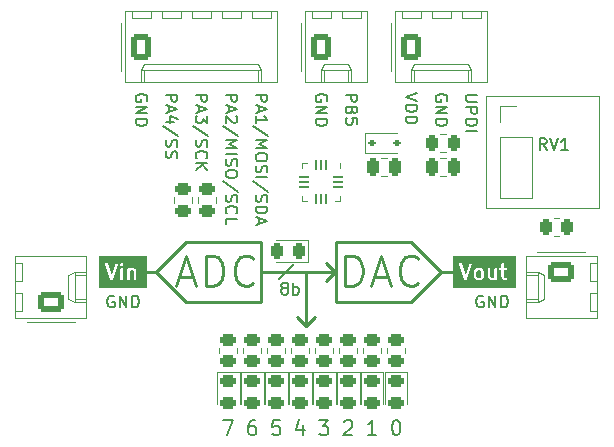
<source format=gbr>
%TF.GenerationSoftware,KiCad,Pcbnew,7.0.1-3b83917a11~172~ubuntu22.04.1*%
%TF.CreationDate,2023-04-03T19:02:56-05:00*%
%TF.ProjectId,adda-blinky,61646461-2d62-46c6-996e-6b792e6b6963,rev?*%
%TF.SameCoordinates,Original*%
%TF.FileFunction,Legend,Top*%
%TF.FilePolarity,Positive*%
%FSLAX46Y46*%
G04 Gerber Fmt 4.6, Leading zero omitted, Abs format (unit mm)*
G04 Created by KiCad (PCBNEW 7.0.1-3b83917a11~172~ubuntu22.04.1) date 2023-04-03 19:02:56*
%MOMM*%
%LPD*%
G01*
G04 APERTURE LIST*
G04 Aperture macros list*
%AMRoundRect*
0 Rectangle with rounded corners*
0 $1 Rounding radius*
0 $2 $3 $4 $5 $6 $7 $8 $9 X,Y pos of 4 corners*
0 Add a 4 corners polygon primitive as box body*
4,1,4,$2,$3,$4,$5,$6,$7,$8,$9,$2,$3,0*
0 Add four circle primitives for the rounded corners*
1,1,$1+$1,$2,$3*
1,1,$1+$1,$4,$5*
1,1,$1+$1,$6,$7*
1,1,$1+$1,$8,$9*
0 Add four rect primitives between the rounded corners*
20,1,$1+$1,$2,$3,$4,$5,0*
20,1,$1+$1,$4,$5,$6,$7,0*
20,1,$1+$1,$6,$7,$8,$9,0*
20,1,$1+$1,$8,$9,$2,$3,0*%
%AMFreePoly0*
4,1,14,0.334644,0.085355,0.385355,0.034644,0.400000,-0.000711,0.400000,-0.050000,0.385355,-0.085355,0.350000,-0.100000,-0.350000,-0.100000,-0.385355,-0.085355,-0.400000,-0.050000,-0.400000,0.050000,-0.385355,0.085355,-0.350000,0.100000,0.299289,0.100000,0.334644,0.085355,0.334644,0.085355,$1*%
%AMFreePoly1*
4,1,14,0.385355,0.085355,0.400000,0.050000,0.400000,0.000711,0.385355,-0.034644,0.334644,-0.085355,0.299289,-0.100000,-0.350000,-0.100000,-0.385355,-0.085355,-0.400000,-0.050000,-0.400000,0.050000,-0.385355,0.085355,-0.350000,0.100000,0.350000,0.100000,0.385355,0.085355,0.385355,0.085355,$1*%
%AMFreePoly2*
4,1,14,0.085355,0.385355,0.100000,0.350000,0.100000,-0.350000,0.085355,-0.385355,0.050000,-0.400000,-0.050000,-0.400000,-0.085355,-0.385355,-0.100000,-0.350000,-0.100000,0.299289,-0.085355,0.334644,-0.034644,0.385355,0.000711,0.400000,0.050000,0.400000,0.085355,0.385355,0.085355,0.385355,$1*%
%AMFreePoly3*
4,1,14,0.034644,0.385355,0.085355,0.334644,0.100000,0.299289,0.100000,-0.350000,0.085355,-0.385355,0.050000,-0.400000,-0.050000,-0.400000,-0.085355,-0.385355,-0.100000,-0.350000,-0.100000,0.350000,-0.085355,0.385355,-0.050000,0.400000,-0.000711,0.400000,0.034644,0.385355,0.034644,0.385355,$1*%
%AMFreePoly4*
4,1,14,0.385355,0.085355,0.400000,0.050000,0.400000,-0.050000,0.385355,-0.085355,0.350000,-0.100000,-0.299289,-0.100000,-0.334644,-0.085354,-0.385355,-0.034644,-0.400000,0.000711,-0.400000,0.050000,-0.385355,0.085355,-0.350000,0.100000,0.350000,0.100000,0.385355,0.085355,0.385355,0.085355,$1*%
%AMFreePoly5*
4,1,14,0.385355,0.085355,0.400000,0.050000,0.400000,-0.050000,0.385355,-0.085355,0.350000,-0.100000,-0.350000,-0.100000,-0.385355,-0.085355,-0.400000,-0.050000,-0.400000,-0.000711,-0.385355,0.034644,-0.334643,0.085355,-0.299289,0.100000,0.350000,0.100000,0.385355,0.085355,0.385355,0.085355,$1*%
%AMFreePoly6*
4,1,14,0.085355,0.385355,0.100000,0.350000,0.100000,-0.299289,0.085355,-0.334644,0.034644,-0.385355,-0.000711,-0.400000,-0.050000,-0.400000,-0.085355,-0.385355,-0.100000,-0.350000,-0.100000,0.350000,-0.085355,0.385355,-0.050000,0.400000,0.050000,0.400000,0.085355,0.385355,0.085355,0.385355,$1*%
%AMFreePoly7*
4,1,14,0.085355,0.385355,0.100000,0.350000,0.100000,-0.350000,0.085355,-0.385355,0.050000,-0.400000,0.000711,-0.400000,-0.034644,-0.385355,-0.085355,-0.334644,-0.100000,-0.299289,-0.100000,0.350000,-0.085355,0.385355,-0.050000,0.400000,0.050000,0.400000,0.085355,0.385355,0.085355,0.385355,$1*%
G04 Aperture macros list end*
%ADD10C,0.254000*%
%ADD11C,0.100000*%
%ADD12C,0.150000*%
%ADD13C,0.203200*%
%ADD14C,0.120000*%
%ADD15RoundRect,0.250000X0.845000X-0.620000X0.845000X0.620000X-0.845000X0.620000X-0.845000X-0.620000X0*%
%ADD16O,2.190000X1.740000*%
%ADD17RoundRect,0.250000X-0.450000X0.262500X-0.450000X-0.262500X0.450000X-0.262500X0.450000X0.262500X0*%
%ADD18C,6.400000*%
%ADD19RoundRect,0.243750X0.243750X0.456250X-0.243750X0.456250X-0.243750X-0.456250X0.243750X-0.456250X0*%
%ADD20RoundRect,0.243750X-0.456250X0.243750X-0.456250X-0.243750X0.456250X-0.243750X0.456250X0.243750X0*%
%ADD21R,1.700000X1.700000*%
%ADD22O,1.700000X1.700000*%
%ADD23RoundRect,0.250000X-0.620000X-0.845000X0.620000X-0.845000X0.620000X0.845000X-0.620000X0.845000X0*%
%ADD24O,1.740000X2.190000*%
%ADD25RoundRect,0.250000X-0.845000X0.620000X-0.845000X-0.620000X0.845000X-0.620000X0.845000X0.620000X0*%
%ADD26RoundRect,0.250000X-0.262500X-0.450000X0.262500X-0.450000X0.262500X0.450000X-0.262500X0.450000X0*%
%ADD27FreePoly0,270.000000*%
%ADD28RoundRect,0.050000X-0.050000X0.350000X-0.050000X-0.350000X0.050000X-0.350000X0.050000X0.350000X0*%
%ADD29FreePoly1,270.000000*%
%ADD30FreePoly2,270.000000*%
%ADD31RoundRect,0.050000X-0.350000X0.050000X-0.350000X-0.050000X0.350000X-0.050000X0.350000X0.050000X0*%
%ADD32FreePoly3,270.000000*%
%ADD33FreePoly4,270.000000*%
%ADD34FreePoly5,270.000000*%
%ADD35FreePoly6,270.000000*%
%ADD36FreePoly7,270.000000*%
%ADD37RoundRect,0.250000X0.250000X0.475000X-0.250000X0.475000X-0.250000X-0.475000X0.250000X-0.475000X0*%
%ADD38RoundRect,0.250000X-0.250000X-0.475000X0.250000X-0.475000X0.250000X0.475000X-0.250000X0.475000X0*%
%ADD39RoundRect,0.112500X-0.187500X-0.112500X0.187500X-0.112500X0.187500X0.112500X-0.187500X0.112500X0*%
%ADD40RoundRect,0.250000X0.450000X-0.262500X0.450000X0.262500X-0.450000X0.262500X-0.450000X-0.262500X0*%
G04 APERTURE END LIST*
D10*
X116713000Y-60960000D02*
X115951000Y-61722000D01*
D11*
X129540000Y-46052500D02*
X139065000Y-46052500D01*
X139065000Y-55577500D01*
X129540000Y-55577500D01*
X129540000Y-46052500D01*
D10*
X110490000Y-60960000D02*
X116840000Y-60960000D01*
X110490000Y-63500000D02*
X104140000Y-63500000D01*
X101600000Y-60960000D01*
X104140000Y-58420000D01*
X110490000Y-58420000D01*
X110490000Y-63500000D01*
X125730000Y-60960000D02*
X123190000Y-63500000D01*
X116840000Y-63500000D01*
X116840000Y-58420000D01*
X123190000Y-58420000D01*
X125730000Y-60960000D01*
X114300000Y-65532000D02*
X115062000Y-64770000D01*
X126746000Y-60960000D02*
X125730000Y-60960000D01*
X101600000Y-60960000D02*
X100584000Y-60960000D01*
D12*
X112014000Y-61595000D02*
X113284000Y-60325000D01*
D10*
X114300000Y-65532000D02*
X113538000Y-64770000D01*
X116713000Y-60960000D02*
X115951000Y-60198000D01*
X114300000Y-60960000D02*
X114300000Y-65532000D01*
D12*
X98043904Y-63010238D02*
X97948666Y-62962619D01*
X97948666Y-62962619D02*
X97805809Y-62962619D01*
X97805809Y-62962619D02*
X97662952Y-63010238D01*
X97662952Y-63010238D02*
X97567714Y-63105476D01*
X97567714Y-63105476D02*
X97520095Y-63200714D01*
X97520095Y-63200714D02*
X97472476Y-63391190D01*
X97472476Y-63391190D02*
X97472476Y-63534047D01*
X97472476Y-63534047D02*
X97520095Y-63724523D01*
X97520095Y-63724523D02*
X97567714Y-63819761D01*
X97567714Y-63819761D02*
X97662952Y-63915000D01*
X97662952Y-63915000D02*
X97805809Y-63962619D01*
X97805809Y-63962619D02*
X97901047Y-63962619D01*
X97901047Y-63962619D02*
X98043904Y-63915000D01*
X98043904Y-63915000D02*
X98091523Y-63867380D01*
X98091523Y-63867380D02*
X98091523Y-63534047D01*
X98091523Y-63534047D02*
X97901047Y-63534047D01*
X98520095Y-63962619D02*
X98520095Y-62962619D01*
X98520095Y-62962619D02*
X99091523Y-63962619D01*
X99091523Y-63962619D02*
X99091523Y-62962619D01*
X99567714Y-63962619D02*
X99567714Y-62962619D01*
X99567714Y-62962619D02*
X99805809Y-62962619D01*
X99805809Y-62962619D02*
X99948666Y-63010238D01*
X99948666Y-63010238D02*
X100043904Y-63105476D01*
X100043904Y-63105476D02*
X100091523Y-63200714D01*
X100091523Y-63200714D02*
X100139142Y-63391190D01*
X100139142Y-63391190D02*
X100139142Y-63534047D01*
X100139142Y-63534047D02*
X100091523Y-63724523D01*
X100091523Y-63724523D02*
X100043904Y-63819761D01*
X100043904Y-63819761D02*
X99948666Y-63915000D01*
X99948666Y-63915000D02*
X99805809Y-63962619D01*
X99805809Y-63962619D02*
X99567714Y-63962619D01*
D13*
X117493142Y-73625528D02*
X117553618Y-73565052D01*
X117553618Y-73565052D02*
X117674571Y-73504576D01*
X117674571Y-73504576D02*
X117976952Y-73504576D01*
X117976952Y-73504576D02*
X118097904Y-73565052D01*
X118097904Y-73565052D02*
X118158380Y-73625528D01*
X118158380Y-73625528D02*
X118218857Y-73746480D01*
X118218857Y-73746480D02*
X118218857Y-73867433D01*
X118218857Y-73867433D02*
X118158380Y-74048861D01*
X118158380Y-74048861D02*
X117432666Y-74774576D01*
X117432666Y-74774576D02*
X118218857Y-74774576D01*
G36*
X100864610Y-62335229D02*
G01*
X96795771Y-62335229D01*
X96795771Y-60281354D01*
X97297132Y-60281354D01*
X97724087Y-61562221D01*
X97723674Y-61573667D01*
X97733338Y-61589972D01*
X97734518Y-61593512D01*
X97740756Y-61602488D01*
X97754095Y-61624993D01*
X97757626Y-61626762D01*
X97759880Y-61630005D01*
X97784046Y-61640002D01*
X97807437Y-61651724D01*
X97811364Y-61651303D01*
X97815013Y-61652813D01*
X97840735Y-61648159D01*
X97866763Y-61645374D01*
X97869842Y-61642894D01*
X97873726Y-61642192D01*
X97892858Y-61624363D01*
X97913237Y-61607956D01*
X97914485Y-61604210D01*
X97917376Y-61601517D01*
X97923835Y-61576162D01*
X97928511Y-61562133D01*
X98571351Y-61562133D01*
X98583872Y-61604774D01*
X98628963Y-61643846D01*
X98688021Y-61652337D01*
X98742294Y-61627552D01*
X98774551Y-61577358D01*
X98774551Y-60799302D01*
X99174244Y-60799302D01*
X99176113Y-60825436D01*
X99176113Y-61562133D01*
X99188634Y-61604774D01*
X99233725Y-61643846D01*
X99292783Y-61652337D01*
X99347056Y-61627552D01*
X99379313Y-61577358D01*
X99379313Y-60863896D01*
X99398373Y-60844835D01*
X99483127Y-60802459D01*
X99616586Y-60802459D01*
X99685794Y-60837062D01*
X99720399Y-60906273D01*
X99720399Y-61562133D01*
X99732920Y-61604774D01*
X99778011Y-61643846D01*
X99837069Y-61652337D01*
X99891342Y-61627552D01*
X99923599Y-61577358D01*
X99923599Y-60887757D01*
X99926214Y-60863534D01*
X99916927Y-60844960D01*
X99911078Y-60825040D01*
X99903825Y-60818755D01*
X99863971Y-60739047D01*
X99864111Y-60735101D01*
X99850758Y-60712619D01*
X99845865Y-60702833D01*
X99843321Y-60700098D01*
X99833642Y-60683802D01*
X99823396Y-60678679D01*
X99815596Y-60670294D01*
X99797234Y-60665598D01*
X99690900Y-60612431D01*
X99670403Y-60599259D01*
X99649637Y-60599259D01*
X99629204Y-60595582D01*
X99620338Y-60599259D01*
X99464610Y-60599259D01*
X99440387Y-60596644D01*
X99421813Y-60605930D01*
X99401894Y-60611780D01*
X99395609Y-60619033D01*
X99359350Y-60637162D01*
X99321701Y-60604539D01*
X99262643Y-60596048D01*
X99208370Y-60620833D01*
X99176113Y-60671027D01*
X99176113Y-60795879D01*
X99174244Y-60799302D01*
X98774551Y-60799302D01*
X98774551Y-60686252D01*
X98762030Y-60643611D01*
X98716939Y-60604539D01*
X98657881Y-60596048D01*
X98603608Y-60620833D01*
X98571351Y-60671027D01*
X98571351Y-61562133D01*
X97928511Y-61562133D01*
X98339074Y-60330448D01*
X98506855Y-60330448D01*
X98511652Y-60352499D01*
X98513262Y-60375006D01*
X98517895Y-60381195D01*
X98519539Y-60388750D01*
X98535496Y-60404707D01*
X98549019Y-60422771D01*
X98556261Y-60425472D01*
X98582773Y-60451984D01*
X98583872Y-60455726D01*
X98598162Y-60468109D01*
X98609494Y-60483246D01*
X98620270Y-60487265D01*
X98628963Y-60494798D01*
X98640348Y-60496434D01*
X98650443Y-60501947D01*
X98658151Y-60501395D01*
X98665396Y-60504098D01*
X98676637Y-60501652D01*
X98688021Y-60503289D01*
X98698482Y-60498511D01*
X98709955Y-60497691D01*
X98716143Y-60493058D01*
X98723698Y-60491415D01*
X98731830Y-60483282D01*
X98742294Y-60478504D01*
X98748513Y-60468825D01*
X98757720Y-60461934D01*
X98760421Y-60454692D01*
X98800132Y-60414981D01*
X98818197Y-60401458D01*
X98826083Y-60380314D01*
X98836897Y-60360511D01*
X98836345Y-60352800D01*
X98839048Y-60345555D01*
X98834250Y-60323503D01*
X98832641Y-60300998D01*
X98828007Y-60294808D01*
X98826364Y-60287254D01*
X98810407Y-60271297D01*
X98796885Y-60253234D01*
X98789641Y-60250532D01*
X98763128Y-60224019D01*
X98762030Y-60220278D01*
X98747739Y-60207894D01*
X98736407Y-60192757D01*
X98725630Y-60188737D01*
X98716939Y-60181206D01*
X98705552Y-60179568D01*
X98695458Y-60174057D01*
X98687750Y-60174608D01*
X98680505Y-60171906D01*
X98669263Y-60174351D01*
X98657881Y-60172715D01*
X98647417Y-60177493D01*
X98635946Y-60178314D01*
X98629757Y-60182946D01*
X98622203Y-60184590D01*
X98614071Y-60192721D01*
X98603608Y-60197500D01*
X98597388Y-60207178D01*
X98588182Y-60214070D01*
X98585480Y-60221312D01*
X98545769Y-60261023D01*
X98527706Y-60274546D01*
X98519819Y-60295690D01*
X98509006Y-60315494D01*
X98509557Y-60323203D01*
X98506855Y-60330448D01*
X98339074Y-60330448D01*
X98350624Y-60295797D01*
X98352230Y-60251385D01*
X98321809Y-60200059D01*
X98268467Y-60173328D01*
X98209141Y-60179678D01*
X98162667Y-60217096D01*
X97826285Y-61226239D01*
X97494719Y-60231540D01*
X97469356Y-60195047D01*
X97414224Y-60172239D01*
X97355511Y-60182859D01*
X97311861Y-60223535D01*
X97297132Y-60281354D01*
X96795771Y-60281354D01*
X96795771Y-59584771D01*
X100864610Y-59584771D01*
X100864610Y-62335229D01*
G37*
X107272666Y-73504576D02*
X108119333Y-73504576D01*
X108119333Y-73504576D02*
X107575047Y-74774576D01*
X112062380Y-73504576D02*
X111457618Y-73504576D01*
X111457618Y-73504576D02*
X111397142Y-74109338D01*
X111397142Y-74109338D02*
X111457618Y-74048861D01*
X111457618Y-74048861D02*
X111578571Y-73988385D01*
X111578571Y-73988385D02*
X111880952Y-73988385D01*
X111880952Y-73988385D02*
X112001904Y-74048861D01*
X112001904Y-74048861D02*
X112062380Y-74109338D01*
X112062380Y-74109338D02*
X112122857Y-74230290D01*
X112122857Y-74230290D02*
X112122857Y-74532671D01*
X112122857Y-74532671D02*
X112062380Y-74653623D01*
X112062380Y-74653623D02*
X112001904Y-74714100D01*
X112001904Y-74714100D02*
X111880952Y-74774576D01*
X111880952Y-74774576D02*
X111578571Y-74774576D01*
X111578571Y-74774576D02*
X111457618Y-74714100D01*
X111457618Y-74714100D02*
X111397142Y-74653623D01*
X121859523Y-73504576D02*
X121980476Y-73504576D01*
X121980476Y-73504576D02*
X122101428Y-73565052D01*
X122101428Y-73565052D02*
X122161904Y-73625528D01*
X122161904Y-73625528D02*
X122222380Y-73746480D01*
X122222380Y-73746480D02*
X122282857Y-73988385D01*
X122282857Y-73988385D02*
X122282857Y-74290766D01*
X122282857Y-74290766D02*
X122222380Y-74532671D01*
X122222380Y-74532671D02*
X122161904Y-74653623D01*
X122161904Y-74653623D02*
X122101428Y-74714100D01*
X122101428Y-74714100D02*
X121980476Y-74774576D01*
X121980476Y-74774576D02*
X121859523Y-74774576D01*
X121859523Y-74774576D02*
X121738571Y-74714100D01*
X121738571Y-74714100D02*
X121678095Y-74653623D01*
X121678095Y-74653623D02*
X121617618Y-74532671D01*
X121617618Y-74532671D02*
X121557142Y-74290766D01*
X121557142Y-74290766D02*
X121557142Y-73988385D01*
X121557142Y-73988385D02*
X121617618Y-73746480D01*
X121617618Y-73746480D02*
X121678095Y-73625528D01*
X121678095Y-73625528D02*
X121738571Y-73565052D01*
X121738571Y-73565052D02*
X121859523Y-73504576D01*
G36*
X129068577Y-60844835D02*
G01*
X129105736Y-60881994D01*
X129148113Y-60966749D01*
X129148113Y-61281636D01*
X129105736Y-61366389D01*
X129068577Y-61403549D01*
X128983825Y-61445926D01*
X128850365Y-61445926D01*
X128765611Y-61403549D01*
X128728451Y-61366389D01*
X128686075Y-61281637D01*
X128686075Y-60966748D01*
X128728450Y-60881995D01*
X128765611Y-60844835D01*
X128850365Y-60802459D01*
X128983824Y-60802459D01*
X129068577Y-60844835D01*
G37*
G36*
X132106610Y-62335229D02*
G01*
X126767771Y-62335229D01*
X126767771Y-60281354D01*
X127269132Y-60281354D01*
X127696087Y-61562221D01*
X127695674Y-61573667D01*
X127705338Y-61589972D01*
X127706518Y-61593512D01*
X127712756Y-61602488D01*
X127726095Y-61624993D01*
X127729626Y-61626762D01*
X127731880Y-61630005D01*
X127756046Y-61640002D01*
X127779437Y-61651724D01*
X127783364Y-61651303D01*
X127787013Y-61652813D01*
X127812735Y-61648159D01*
X127838763Y-61645374D01*
X127841842Y-61642894D01*
X127845726Y-61642192D01*
X127864858Y-61624363D01*
X127885237Y-61607956D01*
X127886485Y-61604210D01*
X127889376Y-61601517D01*
X127895835Y-61576162D01*
X128103179Y-60954131D01*
X128479198Y-60954131D01*
X128482875Y-60962996D01*
X128482875Y-61300152D01*
X128480260Y-61324375D01*
X128489546Y-61342948D01*
X128495396Y-61362869D01*
X128502649Y-61369154D01*
X128548381Y-61460618D01*
X128552015Y-61477321D01*
X128571818Y-61497124D01*
X128590878Y-61517614D01*
X128592799Y-61518105D01*
X128624578Y-61549884D01*
X128633309Y-61564583D01*
X128658365Y-61577111D01*
X128682920Y-61590519D01*
X128684898Y-61590377D01*
X128776050Y-61635953D01*
X128796548Y-61649126D01*
X128817313Y-61649126D01*
X128837746Y-61652803D01*
X128846612Y-61649126D01*
X129002340Y-61649126D01*
X129026563Y-61651741D01*
X129045136Y-61642454D01*
X129065057Y-61636605D01*
X129071342Y-61629351D01*
X129162806Y-61583619D01*
X129179509Y-61579986D01*
X129199306Y-61560188D01*
X129219802Y-61541123D01*
X129220293Y-61539200D01*
X129252070Y-61507423D01*
X129266770Y-61498692D01*
X129279301Y-61473629D01*
X129292706Y-61449080D01*
X129292564Y-61447102D01*
X129323689Y-61384852D01*
X129689784Y-61384852D01*
X129699070Y-61403425D01*
X129704920Y-61423345D01*
X129712173Y-61429630D01*
X129752026Y-61509335D01*
X129751887Y-61513284D01*
X129765249Y-61535780D01*
X129770135Y-61545552D01*
X129772675Y-61548282D01*
X129782357Y-61564583D01*
X129792603Y-61569706D01*
X129800404Y-61578092D01*
X129818765Y-61582787D01*
X129925098Y-61635953D01*
X129945596Y-61649126D01*
X129966361Y-61649126D01*
X129986794Y-61652803D01*
X129995660Y-61649126D01*
X130151388Y-61649126D01*
X130175611Y-61651741D01*
X130194184Y-61642454D01*
X130214105Y-61636605D01*
X130220390Y-61629351D01*
X130256648Y-61611222D01*
X130294297Y-61643846D01*
X130353355Y-61652337D01*
X130407628Y-61627552D01*
X130439885Y-61577358D01*
X130439885Y-61452503D01*
X130441754Y-61449080D01*
X130439885Y-61422946D01*
X130439885Y-60715929D01*
X130656808Y-60715929D01*
X130681593Y-60770202D01*
X130731787Y-60802459D01*
X130841447Y-60802459D01*
X130841447Y-61360629D01*
X130838832Y-61384852D01*
X130848118Y-61403425D01*
X130853968Y-61423345D01*
X130861221Y-61429630D01*
X130901074Y-61509335D01*
X130900935Y-61513284D01*
X130914297Y-61535780D01*
X130919183Y-61545552D01*
X130921723Y-61548282D01*
X130931405Y-61564583D01*
X130941651Y-61569706D01*
X130949452Y-61578092D01*
X130967813Y-61582787D01*
X131074146Y-61635953D01*
X131094644Y-61649126D01*
X131115409Y-61649126D01*
X131135842Y-61652803D01*
X131144708Y-61649126D01*
X131260035Y-61649126D01*
X131302676Y-61636605D01*
X131341748Y-61591514D01*
X131350239Y-61532456D01*
X131325454Y-61478183D01*
X131275260Y-61445926D01*
X131148461Y-61445926D01*
X131079252Y-61411321D01*
X131044647Y-61342113D01*
X131044647Y-60802459D01*
X131260035Y-60802459D01*
X131302676Y-60789938D01*
X131341748Y-60744847D01*
X131350239Y-60685789D01*
X131325454Y-60631516D01*
X131275260Y-60599259D01*
X131044647Y-60599259D01*
X131044647Y-60262919D01*
X131032126Y-60220278D01*
X130987035Y-60181206D01*
X130927977Y-60172715D01*
X130873704Y-60197500D01*
X130841447Y-60247694D01*
X130841447Y-60599259D01*
X130747012Y-60599259D01*
X130704371Y-60611780D01*
X130665299Y-60656871D01*
X130656808Y-60715929D01*
X130439885Y-60715929D01*
X130439885Y-60686252D01*
X130427364Y-60643611D01*
X130382273Y-60604539D01*
X130323215Y-60596048D01*
X130268942Y-60620833D01*
X130236685Y-60671027D01*
X130236685Y-61384490D01*
X130217625Y-61403549D01*
X130132873Y-61445926D01*
X129999413Y-61445926D01*
X129930204Y-61411321D01*
X129895599Y-61342113D01*
X129895599Y-60686252D01*
X129883078Y-60643611D01*
X129837987Y-60604539D01*
X129778929Y-60596048D01*
X129724656Y-60620833D01*
X129692399Y-60671027D01*
X129692399Y-61360629D01*
X129689784Y-61384852D01*
X129323689Y-61384852D01*
X129338140Y-61355950D01*
X129351313Y-61335453D01*
X129351313Y-61314688D01*
X129354990Y-61294255D01*
X129351313Y-61285389D01*
X129351313Y-60948233D01*
X129353928Y-60924010D01*
X129344641Y-60905436D01*
X129338792Y-60885516D01*
X129331539Y-60879231D01*
X129285806Y-60787764D01*
X129282173Y-60771063D01*
X129262378Y-60751268D01*
X129243310Y-60730770D01*
X129241388Y-60730278D01*
X129209609Y-60698499D01*
X129200880Y-60683802D01*
X129175829Y-60671276D01*
X129151269Y-60657866D01*
X129149290Y-60658007D01*
X129058138Y-60612431D01*
X129037641Y-60599259D01*
X129016875Y-60599259D01*
X128996442Y-60595582D01*
X128987576Y-60599259D01*
X128831848Y-60599259D01*
X128807625Y-60596644D01*
X128789051Y-60605930D01*
X128769132Y-60611780D01*
X128762847Y-60619033D01*
X128671385Y-60664764D01*
X128654681Y-60668398D01*
X128634877Y-60688200D01*
X128614386Y-60707262D01*
X128613894Y-60709184D01*
X128582116Y-60740962D01*
X128567418Y-60749692D01*
X128554892Y-60774742D01*
X128541482Y-60799302D01*
X128541623Y-60801281D01*
X128496047Y-60892434D01*
X128482875Y-60912932D01*
X128482875Y-60933698D01*
X128479198Y-60954131D01*
X128103179Y-60954131D01*
X128322624Y-60295797D01*
X128324230Y-60251385D01*
X128293809Y-60200059D01*
X128240467Y-60173328D01*
X128181141Y-60179678D01*
X128134667Y-60217096D01*
X127798285Y-61226239D01*
X127466719Y-60231540D01*
X127441356Y-60195047D01*
X127386224Y-60172239D01*
X127327511Y-60182859D01*
X127283861Y-60223535D01*
X127269132Y-60281354D01*
X126767771Y-60281354D01*
X126767771Y-59584771D01*
X132106610Y-59584771D01*
X132106610Y-62335229D01*
G37*
D12*
X104947380Y-45958095D02*
X105947380Y-45958095D01*
X105947380Y-45958095D02*
X105947380Y-46339047D01*
X105947380Y-46339047D02*
X105899761Y-46434285D01*
X105899761Y-46434285D02*
X105852142Y-46481904D01*
X105852142Y-46481904D02*
X105756904Y-46529523D01*
X105756904Y-46529523D02*
X105614047Y-46529523D01*
X105614047Y-46529523D02*
X105518809Y-46481904D01*
X105518809Y-46481904D02*
X105471190Y-46434285D01*
X105471190Y-46434285D02*
X105423571Y-46339047D01*
X105423571Y-46339047D02*
X105423571Y-45958095D01*
X105233095Y-46910476D02*
X105233095Y-47386666D01*
X104947380Y-46815238D02*
X105947380Y-47148571D01*
X105947380Y-47148571D02*
X104947380Y-47481904D01*
X105947380Y-47720000D02*
X105947380Y-48339047D01*
X105947380Y-48339047D02*
X105566428Y-48005714D01*
X105566428Y-48005714D02*
X105566428Y-48148571D01*
X105566428Y-48148571D02*
X105518809Y-48243809D01*
X105518809Y-48243809D02*
X105471190Y-48291428D01*
X105471190Y-48291428D02*
X105375952Y-48339047D01*
X105375952Y-48339047D02*
X105137857Y-48339047D01*
X105137857Y-48339047D02*
X105042619Y-48291428D01*
X105042619Y-48291428D02*
X104995000Y-48243809D01*
X104995000Y-48243809D02*
X104947380Y-48148571D01*
X104947380Y-48148571D02*
X104947380Y-47862857D01*
X104947380Y-47862857D02*
X104995000Y-47767619D01*
X104995000Y-47767619D02*
X105042619Y-47720000D01*
X105995000Y-49481904D02*
X104709285Y-48624762D01*
X104995000Y-49767619D02*
X104947380Y-49910476D01*
X104947380Y-49910476D02*
X104947380Y-50148571D01*
X104947380Y-50148571D02*
X104995000Y-50243809D01*
X104995000Y-50243809D02*
X105042619Y-50291428D01*
X105042619Y-50291428D02*
X105137857Y-50339047D01*
X105137857Y-50339047D02*
X105233095Y-50339047D01*
X105233095Y-50339047D02*
X105328333Y-50291428D01*
X105328333Y-50291428D02*
X105375952Y-50243809D01*
X105375952Y-50243809D02*
X105423571Y-50148571D01*
X105423571Y-50148571D02*
X105471190Y-49958095D01*
X105471190Y-49958095D02*
X105518809Y-49862857D01*
X105518809Y-49862857D02*
X105566428Y-49815238D01*
X105566428Y-49815238D02*
X105661666Y-49767619D01*
X105661666Y-49767619D02*
X105756904Y-49767619D01*
X105756904Y-49767619D02*
X105852142Y-49815238D01*
X105852142Y-49815238D02*
X105899761Y-49862857D01*
X105899761Y-49862857D02*
X105947380Y-49958095D01*
X105947380Y-49958095D02*
X105947380Y-50196190D01*
X105947380Y-50196190D02*
X105899761Y-50339047D01*
X105042619Y-51339047D02*
X104995000Y-51291428D01*
X104995000Y-51291428D02*
X104947380Y-51148571D01*
X104947380Y-51148571D02*
X104947380Y-51053333D01*
X104947380Y-51053333D02*
X104995000Y-50910476D01*
X104995000Y-50910476D02*
X105090238Y-50815238D01*
X105090238Y-50815238D02*
X105185476Y-50767619D01*
X105185476Y-50767619D02*
X105375952Y-50720000D01*
X105375952Y-50720000D02*
X105518809Y-50720000D01*
X105518809Y-50720000D02*
X105709285Y-50767619D01*
X105709285Y-50767619D02*
X105804523Y-50815238D01*
X105804523Y-50815238D02*
X105899761Y-50910476D01*
X105899761Y-50910476D02*
X105947380Y-51053333D01*
X105947380Y-51053333D02*
X105947380Y-51148571D01*
X105947380Y-51148571D02*
X105899761Y-51291428D01*
X105899761Y-51291428D02*
X105852142Y-51339047D01*
X104947380Y-51767619D02*
X105947380Y-51767619D01*
X104947380Y-52339047D02*
X105518809Y-51910476D01*
X105947380Y-52339047D02*
X105375952Y-51767619D01*
D13*
X114033904Y-73927909D02*
X114033904Y-74774576D01*
X113731523Y-73444100D02*
X113429142Y-74351242D01*
X113429142Y-74351242D02*
X114215333Y-74351242D01*
X115400666Y-73504576D02*
X116186857Y-73504576D01*
X116186857Y-73504576D02*
X115763523Y-73988385D01*
X115763523Y-73988385D02*
X115944952Y-73988385D01*
X115944952Y-73988385D02*
X116065904Y-74048861D01*
X116065904Y-74048861D02*
X116126380Y-74109338D01*
X116126380Y-74109338D02*
X116186857Y-74230290D01*
X116186857Y-74230290D02*
X116186857Y-74532671D01*
X116186857Y-74532671D02*
X116126380Y-74653623D01*
X116126380Y-74653623D02*
X116065904Y-74714100D01*
X116065904Y-74714100D02*
X115944952Y-74774576D01*
X115944952Y-74774576D02*
X115582095Y-74774576D01*
X115582095Y-74774576D02*
X115461142Y-74714100D01*
X115461142Y-74714100D02*
X115400666Y-74653623D01*
D12*
X128807380Y-45958095D02*
X127997857Y-45958095D01*
X127997857Y-45958095D02*
X127902619Y-46005714D01*
X127902619Y-46005714D02*
X127855000Y-46053333D01*
X127855000Y-46053333D02*
X127807380Y-46148571D01*
X127807380Y-46148571D02*
X127807380Y-46339047D01*
X127807380Y-46339047D02*
X127855000Y-46434285D01*
X127855000Y-46434285D02*
X127902619Y-46481904D01*
X127902619Y-46481904D02*
X127997857Y-46529523D01*
X127997857Y-46529523D02*
X128807380Y-46529523D01*
X127807380Y-47005714D02*
X128807380Y-47005714D01*
X128807380Y-47005714D02*
X128807380Y-47386666D01*
X128807380Y-47386666D02*
X128759761Y-47481904D01*
X128759761Y-47481904D02*
X128712142Y-47529523D01*
X128712142Y-47529523D02*
X128616904Y-47577142D01*
X128616904Y-47577142D02*
X128474047Y-47577142D01*
X128474047Y-47577142D02*
X128378809Y-47529523D01*
X128378809Y-47529523D02*
X128331190Y-47481904D01*
X128331190Y-47481904D02*
X128283571Y-47386666D01*
X128283571Y-47386666D02*
X128283571Y-47005714D01*
X127807380Y-48005714D02*
X128807380Y-48005714D01*
X128807380Y-48005714D02*
X128807380Y-48243809D01*
X128807380Y-48243809D02*
X128759761Y-48386666D01*
X128759761Y-48386666D02*
X128664523Y-48481904D01*
X128664523Y-48481904D02*
X128569285Y-48529523D01*
X128569285Y-48529523D02*
X128378809Y-48577142D01*
X128378809Y-48577142D02*
X128235952Y-48577142D01*
X128235952Y-48577142D02*
X128045476Y-48529523D01*
X128045476Y-48529523D02*
X127950238Y-48481904D01*
X127950238Y-48481904D02*
X127855000Y-48386666D01*
X127855000Y-48386666D02*
X127807380Y-48243809D01*
X127807380Y-48243809D02*
X127807380Y-48005714D01*
X127807380Y-49005714D02*
X128807380Y-49005714D01*
D13*
X109969904Y-73504576D02*
X109727999Y-73504576D01*
X109727999Y-73504576D02*
X109607047Y-73565052D01*
X109607047Y-73565052D02*
X109546571Y-73625528D01*
X109546571Y-73625528D02*
X109425618Y-73806957D01*
X109425618Y-73806957D02*
X109365142Y-74048861D01*
X109365142Y-74048861D02*
X109365142Y-74532671D01*
X109365142Y-74532671D02*
X109425618Y-74653623D01*
X109425618Y-74653623D02*
X109486095Y-74714100D01*
X109486095Y-74714100D02*
X109607047Y-74774576D01*
X109607047Y-74774576D02*
X109848952Y-74774576D01*
X109848952Y-74774576D02*
X109969904Y-74714100D01*
X109969904Y-74714100D02*
X110030380Y-74653623D01*
X110030380Y-74653623D02*
X110090857Y-74532671D01*
X110090857Y-74532671D02*
X110090857Y-74230290D01*
X110090857Y-74230290D02*
X110030380Y-74109338D01*
X110030380Y-74109338D02*
X109969904Y-74048861D01*
X109969904Y-74048861D02*
X109848952Y-73988385D01*
X109848952Y-73988385D02*
X109607047Y-73988385D01*
X109607047Y-73988385D02*
X109486095Y-74048861D01*
X109486095Y-74048861D02*
X109425618Y-74109338D01*
X109425618Y-74109338D02*
X109365142Y-74230290D01*
D12*
X117647380Y-45958095D02*
X118647380Y-45958095D01*
X118647380Y-45958095D02*
X118647380Y-46339047D01*
X118647380Y-46339047D02*
X118599761Y-46434285D01*
X118599761Y-46434285D02*
X118552142Y-46481904D01*
X118552142Y-46481904D02*
X118456904Y-46529523D01*
X118456904Y-46529523D02*
X118314047Y-46529523D01*
X118314047Y-46529523D02*
X118218809Y-46481904D01*
X118218809Y-46481904D02*
X118171190Y-46434285D01*
X118171190Y-46434285D02*
X118123571Y-46339047D01*
X118123571Y-46339047D02*
X118123571Y-45958095D01*
X118171190Y-47291428D02*
X118123571Y-47434285D01*
X118123571Y-47434285D02*
X118075952Y-47481904D01*
X118075952Y-47481904D02*
X117980714Y-47529523D01*
X117980714Y-47529523D02*
X117837857Y-47529523D01*
X117837857Y-47529523D02*
X117742619Y-47481904D01*
X117742619Y-47481904D02*
X117695000Y-47434285D01*
X117695000Y-47434285D02*
X117647380Y-47339047D01*
X117647380Y-47339047D02*
X117647380Y-46958095D01*
X117647380Y-46958095D02*
X118647380Y-46958095D01*
X118647380Y-46958095D02*
X118647380Y-47291428D01*
X118647380Y-47291428D02*
X118599761Y-47386666D01*
X118599761Y-47386666D02*
X118552142Y-47434285D01*
X118552142Y-47434285D02*
X118456904Y-47481904D01*
X118456904Y-47481904D02*
X118361666Y-47481904D01*
X118361666Y-47481904D02*
X118266428Y-47434285D01*
X118266428Y-47434285D02*
X118218809Y-47386666D01*
X118218809Y-47386666D02*
X118171190Y-47291428D01*
X118171190Y-47291428D02*
X118171190Y-46958095D01*
X118647380Y-48434285D02*
X118647380Y-47958095D01*
X118647380Y-47958095D02*
X118171190Y-47910476D01*
X118171190Y-47910476D02*
X118218809Y-47958095D01*
X118218809Y-47958095D02*
X118266428Y-48053333D01*
X118266428Y-48053333D02*
X118266428Y-48291428D01*
X118266428Y-48291428D02*
X118218809Y-48386666D01*
X118218809Y-48386666D02*
X118171190Y-48434285D01*
X118171190Y-48434285D02*
X118075952Y-48481904D01*
X118075952Y-48481904D02*
X117837857Y-48481904D01*
X117837857Y-48481904D02*
X117742619Y-48434285D01*
X117742619Y-48434285D02*
X117695000Y-48386666D01*
X117695000Y-48386666D02*
X117647380Y-48291428D01*
X117647380Y-48291428D02*
X117647380Y-48053333D01*
X117647380Y-48053333D02*
X117695000Y-47958095D01*
X117695000Y-47958095D02*
X117742619Y-47910476D01*
D10*
X117626190Y-62135052D02*
X117626190Y-59595052D01*
X117626190Y-59595052D02*
X118230952Y-59595052D01*
X118230952Y-59595052D02*
X118593809Y-59716004D01*
X118593809Y-59716004D02*
X118835714Y-59957909D01*
X118835714Y-59957909D02*
X118956667Y-60199814D01*
X118956667Y-60199814D02*
X119077619Y-60683623D01*
X119077619Y-60683623D02*
X119077619Y-61046480D01*
X119077619Y-61046480D02*
X118956667Y-61530290D01*
X118956667Y-61530290D02*
X118835714Y-61772195D01*
X118835714Y-61772195D02*
X118593809Y-62014100D01*
X118593809Y-62014100D02*
X118230952Y-62135052D01*
X118230952Y-62135052D02*
X117626190Y-62135052D01*
X120045238Y-61409338D02*
X121254762Y-61409338D01*
X119803333Y-62135052D02*
X120650000Y-59595052D01*
X120650000Y-59595052D02*
X121496667Y-62135052D01*
X123794762Y-61893147D02*
X123673810Y-62014100D01*
X123673810Y-62014100D02*
X123310952Y-62135052D01*
X123310952Y-62135052D02*
X123069048Y-62135052D01*
X123069048Y-62135052D02*
X122706191Y-62014100D01*
X122706191Y-62014100D02*
X122464286Y-61772195D01*
X122464286Y-61772195D02*
X122343333Y-61530290D01*
X122343333Y-61530290D02*
X122222381Y-61046480D01*
X122222381Y-61046480D02*
X122222381Y-60683623D01*
X122222381Y-60683623D02*
X122343333Y-60199814D01*
X122343333Y-60199814D02*
X122464286Y-59957909D01*
X122464286Y-59957909D02*
X122706191Y-59716004D01*
X122706191Y-59716004D02*
X123069048Y-59595052D01*
X123069048Y-59595052D02*
X123310952Y-59595052D01*
X123310952Y-59595052D02*
X123673810Y-59716004D01*
X123673810Y-59716004D02*
X123794762Y-59836957D01*
X103535238Y-61409338D02*
X104744762Y-61409338D01*
X103293333Y-62135052D02*
X104140000Y-59595052D01*
X104140000Y-59595052D02*
X104986667Y-62135052D01*
X105833333Y-62135052D02*
X105833333Y-59595052D01*
X105833333Y-59595052D02*
X106438095Y-59595052D01*
X106438095Y-59595052D02*
X106800952Y-59716004D01*
X106800952Y-59716004D02*
X107042857Y-59957909D01*
X107042857Y-59957909D02*
X107163810Y-60199814D01*
X107163810Y-60199814D02*
X107284762Y-60683623D01*
X107284762Y-60683623D02*
X107284762Y-61046480D01*
X107284762Y-61046480D02*
X107163810Y-61530290D01*
X107163810Y-61530290D02*
X107042857Y-61772195D01*
X107042857Y-61772195D02*
X106800952Y-62014100D01*
X106800952Y-62014100D02*
X106438095Y-62135052D01*
X106438095Y-62135052D02*
X105833333Y-62135052D01*
X109824762Y-61893147D02*
X109703810Y-62014100D01*
X109703810Y-62014100D02*
X109340952Y-62135052D01*
X109340952Y-62135052D02*
X109099048Y-62135052D01*
X109099048Y-62135052D02*
X108736191Y-62014100D01*
X108736191Y-62014100D02*
X108494286Y-61772195D01*
X108494286Y-61772195D02*
X108373333Y-61530290D01*
X108373333Y-61530290D02*
X108252381Y-61046480D01*
X108252381Y-61046480D02*
X108252381Y-60683623D01*
X108252381Y-60683623D02*
X108373333Y-60199814D01*
X108373333Y-60199814D02*
X108494286Y-59957909D01*
X108494286Y-59957909D02*
X108736191Y-59716004D01*
X108736191Y-59716004D02*
X109099048Y-59595052D01*
X109099048Y-59595052D02*
X109340952Y-59595052D01*
X109340952Y-59595052D02*
X109703810Y-59716004D01*
X109703810Y-59716004D02*
X109824762Y-59836957D01*
D12*
X129285904Y-63010238D02*
X129190666Y-62962619D01*
X129190666Y-62962619D02*
X129047809Y-62962619D01*
X129047809Y-62962619D02*
X128904952Y-63010238D01*
X128904952Y-63010238D02*
X128809714Y-63105476D01*
X128809714Y-63105476D02*
X128762095Y-63200714D01*
X128762095Y-63200714D02*
X128714476Y-63391190D01*
X128714476Y-63391190D02*
X128714476Y-63534047D01*
X128714476Y-63534047D02*
X128762095Y-63724523D01*
X128762095Y-63724523D02*
X128809714Y-63819761D01*
X128809714Y-63819761D02*
X128904952Y-63915000D01*
X128904952Y-63915000D02*
X129047809Y-63962619D01*
X129047809Y-63962619D02*
X129143047Y-63962619D01*
X129143047Y-63962619D02*
X129285904Y-63915000D01*
X129285904Y-63915000D02*
X129333523Y-63867380D01*
X129333523Y-63867380D02*
X129333523Y-63534047D01*
X129333523Y-63534047D02*
X129143047Y-63534047D01*
X129762095Y-63962619D02*
X129762095Y-62962619D01*
X129762095Y-62962619D02*
X130333523Y-63962619D01*
X130333523Y-63962619D02*
X130333523Y-62962619D01*
X130809714Y-63962619D02*
X130809714Y-62962619D01*
X130809714Y-62962619D02*
X131047809Y-62962619D01*
X131047809Y-62962619D02*
X131190666Y-63010238D01*
X131190666Y-63010238D02*
X131285904Y-63105476D01*
X131285904Y-63105476D02*
X131333523Y-63200714D01*
X131333523Y-63200714D02*
X131381142Y-63391190D01*
X131381142Y-63391190D02*
X131381142Y-63534047D01*
X131381142Y-63534047D02*
X131333523Y-63724523D01*
X131333523Y-63724523D02*
X131285904Y-63819761D01*
X131285904Y-63819761D02*
X131190666Y-63915000D01*
X131190666Y-63915000D02*
X131047809Y-63962619D01*
X131047809Y-63962619D02*
X130809714Y-63962619D01*
X102407380Y-45958095D02*
X103407380Y-45958095D01*
X103407380Y-45958095D02*
X103407380Y-46339047D01*
X103407380Y-46339047D02*
X103359761Y-46434285D01*
X103359761Y-46434285D02*
X103312142Y-46481904D01*
X103312142Y-46481904D02*
X103216904Y-46529523D01*
X103216904Y-46529523D02*
X103074047Y-46529523D01*
X103074047Y-46529523D02*
X102978809Y-46481904D01*
X102978809Y-46481904D02*
X102931190Y-46434285D01*
X102931190Y-46434285D02*
X102883571Y-46339047D01*
X102883571Y-46339047D02*
X102883571Y-45958095D01*
X102693095Y-46910476D02*
X102693095Y-47386666D01*
X102407380Y-46815238D02*
X103407380Y-47148571D01*
X103407380Y-47148571D02*
X102407380Y-47481904D01*
X103074047Y-48243809D02*
X102407380Y-48243809D01*
X103455000Y-48005714D02*
X102740714Y-47767619D01*
X102740714Y-47767619D02*
X102740714Y-48386666D01*
X103455000Y-49481904D02*
X102169285Y-48624762D01*
X102455000Y-49767619D02*
X102407380Y-49910476D01*
X102407380Y-49910476D02*
X102407380Y-50148571D01*
X102407380Y-50148571D02*
X102455000Y-50243809D01*
X102455000Y-50243809D02*
X102502619Y-50291428D01*
X102502619Y-50291428D02*
X102597857Y-50339047D01*
X102597857Y-50339047D02*
X102693095Y-50339047D01*
X102693095Y-50339047D02*
X102788333Y-50291428D01*
X102788333Y-50291428D02*
X102835952Y-50243809D01*
X102835952Y-50243809D02*
X102883571Y-50148571D01*
X102883571Y-50148571D02*
X102931190Y-49958095D01*
X102931190Y-49958095D02*
X102978809Y-49862857D01*
X102978809Y-49862857D02*
X103026428Y-49815238D01*
X103026428Y-49815238D02*
X103121666Y-49767619D01*
X103121666Y-49767619D02*
X103216904Y-49767619D01*
X103216904Y-49767619D02*
X103312142Y-49815238D01*
X103312142Y-49815238D02*
X103359761Y-49862857D01*
X103359761Y-49862857D02*
X103407380Y-49958095D01*
X103407380Y-49958095D02*
X103407380Y-50196190D01*
X103407380Y-50196190D02*
X103359761Y-50339047D01*
X102455000Y-50720000D02*
X102407380Y-50862857D01*
X102407380Y-50862857D02*
X102407380Y-51100952D01*
X102407380Y-51100952D02*
X102455000Y-51196190D01*
X102455000Y-51196190D02*
X102502619Y-51243809D01*
X102502619Y-51243809D02*
X102597857Y-51291428D01*
X102597857Y-51291428D02*
X102693095Y-51291428D01*
X102693095Y-51291428D02*
X102788333Y-51243809D01*
X102788333Y-51243809D02*
X102835952Y-51196190D01*
X102835952Y-51196190D02*
X102883571Y-51100952D01*
X102883571Y-51100952D02*
X102931190Y-50910476D01*
X102931190Y-50910476D02*
X102978809Y-50815238D01*
X102978809Y-50815238D02*
X103026428Y-50767619D01*
X103026428Y-50767619D02*
X103121666Y-50720000D01*
X103121666Y-50720000D02*
X103216904Y-50720000D01*
X103216904Y-50720000D02*
X103312142Y-50767619D01*
X103312142Y-50767619D02*
X103359761Y-50815238D01*
X103359761Y-50815238D02*
X103407380Y-50910476D01*
X103407380Y-50910476D02*
X103407380Y-51148571D01*
X103407380Y-51148571D02*
X103359761Y-51291428D01*
X107487380Y-45958095D02*
X108487380Y-45958095D01*
X108487380Y-45958095D02*
X108487380Y-46339047D01*
X108487380Y-46339047D02*
X108439761Y-46434285D01*
X108439761Y-46434285D02*
X108392142Y-46481904D01*
X108392142Y-46481904D02*
X108296904Y-46529523D01*
X108296904Y-46529523D02*
X108154047Y-46529523D01*
X108154047Y-46529523D02*
X108058809Y-46481904D01*
X108058809Y-46481904D02*
X108011190Y-46434285D01*
X108011190Y-46434285D02*
X107963571Y-46339047D01*
X107963571Y-46339047D02*
X107963571Y-45958095D01*
X107773095Y-46910476D02*
X107773095Y-47386666D01*
X107487380Y-46815238D02*
X108487380Y-47148571D01*
X108487380Y-47148571D02*
X107487380Y-47481904D01*
X108392142Y-47767619D02*
X108439761Y-47815238D01*
X108439761Y-47815238D02*
X108487380Y-47910476D01*
X108487380Y-47910476D02*
X108487380Y-48148571D01*
X108487380Y-48148571D02*
X108439761Y-48243809D01*
X108439761Y-48243809D02*
X108392142Y-48291428D01*
X108392142Y-48291428D02*
X108296904Y-48339047D01*
X108296904Y-48339047D02*
X108201666Y-48339047D01*
X108201666Y-48339047D02*
X108058809Y-48291428D01*
X108058809Y-48291428D02*
X107487380Y-47720000D01*
X107487380Y-47720000D02*
X107487380Y-48339047D01*
X108535000Y-49481904D02*
X107249285Y-48624762D01*
X107487380Y-49815238D02*
X108487380Y-49815238D01*
X108487380Y-49815238D02*
X107773095Y-50148571D01*
X107773095Y-50148571D02*
X108487380Y-50481904D01*
X108487380Y-50481904D02*
X107487380Y-50481904D01*
X107487380Y-50958095D02*
X108487380Y-50958095D01*
X107535000Y-51386666D02*
X107487380Y-51529523D01*
X107487380Y-51529523D02*
X107487380Y-51767618D01*
X107487380Y-51767618D02*
X107535000Y-51862856D01*
X107535000Y-51862856D02*
X107582619Y-51910475D01*
X107582619Y-51910475D02*
X107677857Y-51958094D01*
X107677857Y-51958094D02*
X107773095Y-51958094D01*
X107773095Y-51958094D02*
X107868333Y-51910475D01*
X107868333Y-51910475D02*
X107915952Y-51862856D01*
X107915952Y-51862856D02*
X107963571Y-51767618D01*
X107963571Y-51767618D02*
X108011190Y-51577142D01*
X108011190Y-51577142D02*
X108058809Y-51481904D01*
X108058809Y-51481904D02*
X108106428Y-51434285D01*
X108106428Y-51434285D02*
X108201666Y-51386666D01*
X108201666Y-51386666D02*
X108296904Y-51386666D01*
X108296904Y-51386666D02*
X108392142Y-51434285D01*
X108392142Y-51434285D02*
X108439761Y-51481904D01*
X108439761Y-51481904D02*
X108487380Y-51577142D01*
X108487380Y-51577142D02*
X108487380Y-51815237D01*
X108487380Y-51815237D02*
X108439761Y-51958094D01*
X108487380Y-52577142D02*
X108487380Y-52767618D01*
X108487380Y-52767618D02*
X108439761Y-52862856D01*
X108439761Y-52862856D02*
X108344523Y-52958094D01*
X108344523Y-52958094D02*
X108154047Y-53005713D01*
X108154047Y-53005713D02*
X107820714Y-53005713D01*
X107820714Y-53005713D02*
X107630238Y-52958094D01*
X107630238Y-52958094D02*
X107535000Y-52862856D01*
X107535000Y-52862856D02*
X107487380Y-52767618D01*
X107487380Y-52767618D02*
X107487380Y-52577142D01*
X107487380Y-52577142D02*
X107535000Y-52481904D01*
X107535000Y-52481904D02*
X107630238Y-52386666D01*
X107630238Y-52386666D02*
X107820714Y-52339047D01*
X107820714Y-52339047D02*
X108154047Y-52339047D01*
X108154047Y-52339047D02*
X108344523Y-52386666D01*
X108344523Y-52386666D02*
X108439761Y-52481904D01*
X108439761Y-52481904D02*
X108487380Y-52577142D01*
X108535000Y-54148570D02*
X107249285Y-53291428D01*
X107535000Y-54434285D02*
X107487380Y-54577142D01*
X107487380Y-54577142D02*
X107487380Y-54815237D01*
X107487380Y-54815237D02*
X107535000Y-54910475D01*
X107535000Y-54910475D02*
X107582619Y-54958094D01*
X107582619Y-54958094D02*
X107677857Y-55005713D01*
X107677857Y-55005713D02*
X107773095Y-55005713D01*
X107773095Y-55005713D02*
X107868333Y-54958094D01*
X107868333Y-54958094D02*
X107915952Y-54910475D01*
X107915952Y-54910475D02*
X107963571Y-54815237D01*
X107963571Y-54815237D02*
X108011190Y-54624761D01*
X108011190Y-54624761D02*
X108058809Y-54529523D01*
X108058809Y-54529523D02*
X108106428Y-54481904D01*
X108106428Y-54481904D02*
X108201666Y-54434285D01*
X108201666Y-54434285D02*
X108296904Y-54434285D01*
X108296904Y-54434285D02*
X108392142Y-54481904D01*
X108392142Y-54481904D02*
X108439761Y-54529523D01*
X108439761Y-54529523D02*
X108487380Y-54624761D01*
X108487380Y-54624761D02*
X108487380Y-54862856D01*
X108487380Y-54862856D02*
X108439761Y-55005713D01*
X107582619Y-56005713D02*
X107535000Y-55958094D01*
X107535000Y-55958094D02*
X107487380Y-55815237D01*
X107487380Y-55815237D02*
X107487380Y-55719999D01*
X107487380Y-55719999D02*
X107535000Y-55577142D01*
X107535000Y-55577142D02*
X107630238Y-55481904D01*
X107630238Y-55481904D02*
X107725476Y-55434285D01*
X107725476Y-55434285D02*
X107915952Y-55386666D01*
X107915952Y-55386666D02*
X108058809Y-55386666D01*
X108058809Y-55386666D02*
X108249285Y-55434285D01*
X108249285Y-55434285D02*
X108344523Y-55481904D01*
X108344523Y-55481904D02*
X108439761Y-55577142D01*
X108439761Y-55577142D02*
X108487380Y-55719999D01*
X108487380Y-55719999D02*
X108487380Y-55815237D01*
X108487380Y-55815237D02*
X108439761Y-55958094D01*
X108439761Y-55958094D02*
X108392142Y-56005713D01*
X107487380Y-56910475D02*
X107487380Y-56434285D01*
X107487380Y-56434285D02*
X108487380Y-56434285D01*
D13*
X120250857Y-74774576D02*
X119525142Y-74774576D01*
X119887999Y-74774576D02*
X119887999Y-73504576D01*
X119887999Y-73504576D02*
X119767047Y-73686004D01*
X119767047Y-73686004D02*
X119646095Y-73806957D01*
X119646095Y-73806957D02*
X119525142Y-73867433D01*
D12*
X126219761Y-46481904D02*
X126267380Y-46386666D01*
X126267380Y-46386666D02*
X126267380Y-46243809D01*
X126267380Y-46243809D02*
X126219761Y-46100952D01*
X126219761Y-46100952D02*
X126124523Y-46005714D01*
X126124523Y-46005714D02*
X126029285Y-45958095D01*
X126029285Y-45958095D02*
X125838809Y-45910476D01*
X125838809Y-45910476D02*
X125695952Y-45910476D01*
X125695952Y-45910476D02*
X125505476Y-45958095D01*
X125505476Y-45958095D02*
X125410238Y-46005714D01*
X125410238Y-46005714D02*
X125315000Y-46100952D01*
X125315000Y-46100952D02*
X125267380Y-46243809D01*
X125267380Y-46243809D02*
X125267380Y-46339047D01*
X125267380Y-46339047D02*
X125315000Y-46481904D01*
X125315000Y-46481904D02*
X125362619Y-46529523D01*
X125362619Y-46529523D02*
X125695952Y-46529523D01*
X125695952Y-46529523D02*
X125695952Y-46339047D01*
X125267380Y-46958095D02*
X126267380Y-46958095D01*
X126267380Y-46958095D02*
X125267380Y-47529523D01*
X125267380Y-47529523D02*
X126267380Y-47529523D01*
X125267380Y-48005714D02*
X126267380Y-48005714D01*
X126267380Y-48005714D02*
X126267380Y-48243809D01*
X126267380Y-48243809D02*
X126219761Y-48386666D01*
X126219761Y-48386666D02*
X126124523Y-48481904D01*
X126124523Y-48481904D02*
X126029285Y-48529523D01*
X126029285Y-48529523D02*
X125838809Y-48577142D01*
X125838809Y-48577142D02*
X125695952Y-48577142D01*
X125695952Y-48577142D02*
X125505476Y-48529523D01*
X125505476Y-48529523D02*
X125410238Y-48481904D01*
X125410238Y-48481904D02*
X125315000Y-48386666D01*
X125315000Y-48386666D02*
X125267380Y-48243809D01*
X125267380Y-48243809D02*
X125267380Y-48005714D01*
X110027380Y-45958095D02*
X111027380Y-45958095D01*
X111027380Y-45958095D02*
X111027380Y-46339047D01*
X111027380Y-46339047D02*
X110979761Y-46434285D01*
X110979761Y-46434285D02*
X110932142Y-46481904D01*
X110932142Y-46481904D02*
X110836904Y-46529523D01*
X110836904Y-46529523D02*
X110694047Y-46529523D01*
X110694047Y-46529523D02*
X110598809Y-46481904D01*
X110598809Y-46481904D02*
X110551190Y-46434285D01*
X110551190Y-46434285D02*
X110503571Y-46339047D01*
X110503571Y-46339047D02*
X110503571Y-45958095D01*
X110313095Y-46910476D02*
X110313095Y-47386666D01*
X110027380Y-46815238D02*
X111027380Y-47148571D01*
X111027380Y-47148571D02*
X110027380Y-47481904D01*
X110027380Y-48339047D02*
X110027380Y-47767619D01*
X110027380Y-48053333D02*
X111027380Y-48053333D01*
X111027380Y-48053333D02*
X110884523Y-47958095D01*
X110884523Y-47958095D02*
X110789285Y-47862857D01*
X110789285Y-47862857D02*
X110741666Y-47767619D01*
X111075000Y-49481904D02*
X109789285Y-48624762D01*
X110027380Y-49815238D02*
X111027380Y-49815238D01*
X111027380Y-49815238D02*
X110313095Y-50148571D01*
X110313095Y-50148571D02*
X111027380Y-50481904D01*
X111027380Y-50481904D02*
X110027380Y-50481904D01*
X111027380Y-51148571D02*
X111027380Y-51339047D01*
X111027380Y-51339047D02*
X110979761Y-51434285D01*
X110979761Y-51434285D02*
X110884523Y-51529523D01*
X110884523Y-51529523D02*
X110694047Y-51577142D01*
X110694047Y-51577142D02*
X110360714Y-51577142D01*
X110360714Y-51577142D02*
X110170238Y-51529523D01*
X110170238Y-51529523D02*
X110075000Y-51434285D01*
X110075000Y-51434285D02*
X110027380Y-51339047D01*
X110027380Y-51339047D02*
X110027380Y-51148571D01*
X110027380Y-51148571D02*
X110075000Y-51053333D01*
X110075000Y-51053333D02*
X110170238Y-50958095D01*
X110170238Y-50958095D02*
X110360714Y-50910476D01*
X110360714Y-50910476D02*
X110694047Y-50910476D01*
X110694047Y-50910476D02*
X110884523Y-50958095D01*
X110884523Y-50958095D02*
X110979761Y-51053333D01*
X110979761Y-51053333D02*
X111027380Y-51148571D01*
X110075000Y-51958095D02*
X110027380Y-52100952D01*
X110027380Y-52100952D02*
X110027380Y-52339047D01*
X110027380Y-52339047D02*
X110075000Y-52434285D01*
X110075000Y-52434285D02*
X110122619Y-52481904D01*
X110122619Y-52481904D02*
X110217857Y-52529523D01*
X110217857Y-52529523D02*
X110313095Y-52529523D01*
X110313095Y-52529523D02*
X110408333Y-52481904D01*
X110408333Y-52481904D02*
X110455952Y-52434285D01*
X110455952Y-52434285D02*
X110503571Y-52339047D01*
X110503571Y-52339047D02*
X110551190Y-52148571D01*
X110551190Y-52148571D02*
X110598809Y-52053333D01*
X110598809Y-52053333D02*
X110646428Y-52005714D01*
X110646428Y-52005714D02*
X110741666Y-51958095D01*
X110741666Y-51958095D02*
X110836904Y-51958095D01*
X110836904Y-51958095D02*
X110932142Y-52005714D01*
X110932142Y-52005714D02*
X110979761Y-52053333D01*
X110979761Y-52053333D02*
X111027380Y-52148571D01*
X111027380Y-52148571D02*
X111027380Y-52386666D01*
X111027380Y-52386666D02*
X110979761Y-52529523D01*
X110027380Y-52958095D02*
X111027380Y-52958095D01*
X111075000Y-54148570D02*
X109789285Y-53291428D01*
X110075000Y-54434285D02*
X110027380Y-54577142D01*
X110027380Y-54577142D02*
X110027380Y-54815237D01*
X110027380Y-54815237D02*
X110075000Y-54910475D01*
X110075000Y-54910475D02*
X110122619Y-54958094D01*
X110122619Y-54958094D02*
X110217857Y-55005713D01*
X110217857Y-55005713D02*
X110313095Y-55005713D01*
X110313095Y-55005713D02*
X110408333Y-54958094D01*
X110408333Y-54958094D02*
X110455952Y-54910475D01*
X110455952Y-54910475D02*
X110503571Y-54815237D01*
X110503571Y-54815237D02*
X110551190Y-54624761D01*
X110551190Y-54624761D02*
X110598809Y-54529523D01*
X110598809Y-54529523D02*
X110646428Y-54481904D01*
X110646428Y-54481904D02*
X110741666Y-54434285D01*
X110741666Y-54434285D02*
X110836904Y-54434285D01*
X110836904Y-54434285D02*
X110932142Y-54481904D01*
X110932142Y-54481904D02*
X110979761Y-54529523D01*
X110979761Y-54529523D02*
X111027380Y-54624761D01*
X111027380Y-54624761D02*
X111027380Y-54862856D01*
X111027380Y-54862856D02*
X110979761Y-55005713D01*
X110027380Y-55434285D02*
X111027380Y-55434285D01*
X111027380Y-55434285D02*
X111027380Y-55672380D01*
X111027380Y-55672380D02*
X110979761Y-55815237D01*
X110979761Y-55815237D02*
X110884523Y-55910475D01*
X110884523Y-55910475D02*
X110789285Y-55958094D01*
X110789285Y-55958094D02*
X110598809Y-56005713D01*
X110598809Y-56005713D02*
X110455952Y-56005713D01*
X110455952Y-56005713D02*
X110265476Y-55958094D01*
X110265476Y-55958094D02*
X110170238Y-55910475D01*
X110170238Y-55910475D02*
X110075000Y-55815237D01*
X110075000Y-55815237D02*
X110027380Y-55672380D01*
X110027380Y-55672380D02*
X110027380Y-55434285D01*
X110313095Y-56386666D02*
X110313095Y-56862856D01*
X110027380Y-56291428D02*
X111027380Y-56624761D01*
X111027380Y-56624761D02*
X110027380Y-56958094D01*
X123727380Y-45815238D02*
X122727380Y-46148571D01*
X122727380Y-46148571D02*
X123727380Y-46481904D01*
X122727380Y-46815238D02*
X123727380Y-46815238D01*
X123727380Y-46815238D02*
X123727380Y-47053333D01*
X123727380Y-47053333D02*
X123679761Y-47196190D01*
X123679761Y-47196190D02*
X123584523Y-47291428D01*
X123584523Y-47291428D02*
X123489285Y-47339047D01*
X123489285Y-47339047D02*
X123298809Y-47386666D01*
X123298809Y-47386666D02*
X123155952Y-47386666D01*
X123155952Y-47386666D02*
X122965476Y-47339047D01*
X122965476Y-47339047D02*
X122870238Y-47291428D01*
X122870238Y-47291428D02*
X122775000Y-47196190D01*
X122775000Y-47196190D02*
X122727380Y-47053333D01*
X122727380Y-47053333D02*
X122727380Y-46815238D01*
X122727380Y-47815238D02*
X123727380Y-47815238D01*
X123727380Y-47815238D02*
X123727380Y-48053333D01*
X123727380Y-48053333D02*
X123679761Y-48196190D01*
X123679761Y-48196190D02*
X123584523Y-48291428D01*
X123584523Y-48291428D02*
X123489285Y-48339047D01*
X123489285Y-48339047D02*
X123298809Y-48386666D01*
X123298809Y-48386666D02*
X123155952Y-48386666D01*
X123155952Y-48386666D02*
X122965476Y-48339047D01*
X122965476Y-48339047D02*
X122870238Y-48291428D01*
X122870238Y-48291428D02*
X122775000Y-48196190D01*
X122775000Y-48196190D02*
X122727380Y-48053333D01*
X122727380Y-48053333D02*
X122727380Y-47815238D01*
X100819761Y-46481904D02*
X100867380Y-46386666D01*
X100867380Y-46386666D02*
X100867380Y-46243809D01*
X100867380Y-46243809D02*
X100819761Y-46100952D01*
X100819761Y-46100952D02*
X100724523Y-46005714D01*
X100724523Y-46005714D02*
X100629285Y-45958095D01*
X100629285Y-45958095D02*
X100438809Y-45910476D01*
X100438809Y-45910476D02*
X100295952Y-45910476D01*
X100295952Y-45910476D02*
X100105476Y-45958095D01*
X100105476Y-45958095D02*
X100010238Y-46005714D01*
X100010238Y-46005714D02*
X99915000Y-46100952D01*
X99915000Y-46100952D02*
X99867380Y-46243809D01*
X99867380Y-46243809D02*
X99867380Y-46339047D01*
X99867380Y-46339047D02*
X99915000Y-46481904D01*
X99915000Y-46481904D02*
X99962619Y-46529523D01*
X99962619Y-46529523D02*
X100295952Y-46529523D01*
X100295952Y-46529523D02*
X100295952Y-46339047D01*
X99867380Y-46958095D02*
X100867380Y-46958095D01*
X100867380Y-46958095D02*
X99867380Y-47529523D01*
X99867380Y-47529523D02*
X100867380Y-47529523D01*
X99867380Y-48005714D02*
X100867380Y-48005714D01*
X100867380Y-48005714D02*
X100867380Y-48243809D01*
X100867380Y-48243809D02*
X100819761Y-48386666D01*
X100819761Y-48386666D02*
X100724523Y-48481904D01*
X100724523Y-48481904D02*
X100629285Y-48529523D01*
X100629285Y-48529523D02*
X100438809Y-48577142D01*
X100438809Y-48577142D02*
X100295952Y-48577142D01*
X100295952Y-48577142D02*
X100105476Y-48529523D01*
X100105476Y-48529523D02*
X100010238Y-48481904D01*
X100010238Y-48481904D02*
X99915000Y-48386666D01*
X99915000Y-48386666D02*
X99867380Y-48243809D01*
X99867380Y-48243809D02*
X99867380Y-48005714D01*
X116059761Y-46481904D02*
X116107380Y-46386666D01*
X116107380Y-46386666D02*
X116107380Y-46243809D01*
X116107380Y-46243809D02*
X116059761Y-46100952D01*
X116059761Y-46100952D02*
X115964523Y-46005714D01*
X115964523Y-46005714D02*
X115869285Y-45958095D01*
X115869285Y-45958095D02*
X115678809Y-45910476D01*
X115678809Y-45910476D02*
X115535952Y-45910476D01*
X115535952Y-45910476D02*
X115345476Y-45958095D01*
X115345476Y-45958095D02*
X115250238Y-46005714D01*
X115250238Y-46005714D02*
X115155000Y-46100952D01*
X115155000Y-46100952D02*
X115107380Y-46243809D01*
X115107380Y-46243809D02*
X115107380Y-46339047D01*
X115107380Y-46339047D02*
X115155000Y-46481904D01*
X115155000Y-46481904D02*
X115202619Y-46529523D01*
X115202619Y-46529523D02*
X115535952Y-46529523D01*
X115535952Y-46529523D02*
X115535952Y-46339047D01*
X115107380Y-46958095D02*
X116107380Y-46958095D01*
X116107380Y-46958095D02*
X115107380Y-47529523D01*
X115107380Y-47529523D02*
X116107380Y-47529523D01*
X115107380Y-48005714D02*
X116107380Y-48005714D01*
X116107380Y-48005714D02*
X116107380Y-48243809D01*
X116107380Y-48243809D02*
X116059761Y-48386666D01*
X116059761Y-48386666D02*
X115964523Y-48481904D01*
X115964523Y-48481904D02*
X115869285Y-48529523D01*
X115869285Y-48529523D02*
X115678809Y-48577142D01*
X115678809Y-48577142D02*
X115535952Y-48577142D01*
X115535952Y-48577142D02*
X115345476Y-48529523D01*
X115345476Y-48529523D02*
X115250238Y-48481904D01*
X115250238Y-48481904D02*
X115155000Y-48386666D01*
X115155000Y-48386666D02*
X115107380Y-48243809D01*
X115107380Y-48243809D02*
X115107380Y-48005714D01*
X112394952Y-62298190D02*
X112299714Y-62250571D01*
X112299714Y-62250571D02*
X112252095Y-62202952D01*
X112252095Y-62202952D02*
X112204476Y-62107714D01*
X112204476Y-62107714D02*
X112204476Y-62060095D01*
X112204476Y-62060095D02*
X112252095Y-61964857D01*
X112252095Y-61964857D02*
X112299714Y-61917238D01*
X112299714Y-61917238D02*
X112394952Y-61869619D01*
X112394952Y-61869619D02*
X112585428Y-61869619D01*
X112585428Y-61869619D02*
X112680666Y-61917238D01*
X112680666Y-61917238D02*
X112728285Y-61964857D01*
X112728285Y-61964857D02*
X112775904Y-62060095D01*
X112775904Y-62060095D02*
X112775904Y-62107714D01*
X112775904Y-62107714D02*
X112728285Y-62202952D01*
X112728285Y-62202952D02*
X112680666Y-62250571D01*
X112680666Y-62250571D02*
X112585428Y-62298190D01*
X112585428Y-62298190D02*
X112394952Y-62298190D01*
X112394952Y-62298190D02*
X112299714Y-62345809D01*
X112299714Y-62345809D02*
X112252095Y-62393428D01*
X112252095Y-62393428D02*
X112204476Y-62488666D01*
X112204476Y-62488666D02*
X112204476Y-62679142D01*
X112204476Y-62679142D02*
X112252095Y-62774380D01*
X112252095Y-62774380D02*
X112299714Y-62822000D01*
X112299714Y-62822000D02*
X112394952Y-62869619D01*
X112394952Y-62869619D02*
X112585428Y-62869619D01*
X112585428Y-62869619D02*
X112680666Y-62822000D01*
X112680666Y-62822000D02*
X112728285Y-62774380D01*
X112728285Y-62774380D02*
X112775904Y-62679142D01*
X112775904Y-62679142D02*
X112775904Y-62488666D01*
X112775904Y-62488666D02*
X112728285Y-62393428D01*
X112728285Y-62393428D02*
X112680666Y-62345809D01*
X112680666Y-62345809D02*
X112585428Y-62298190D01*
X113204476Y-62869619D02*
X113204476Y-61869619D01*
X113204476Y-62250571D02*
X113299714Y-62202952D01*
X113299714Y-62202952D02*
X113490190Y-62202952D01*
X113490190Y-62202952D02*
X113585428Y-62250571D01*
X113585428Y-62250571D02*
X113633047Y-62298190D01*
X113633047Y-62298190D02*
X113680666Y-62393428D01*
X113680666Y-62393428D02*
X113680666Y-62679142D01*
X113680666Y-62679142D02*
X113633047Y-62774380D01*
X113633047Y-62774380D02*
X113585428Y-62822000D01*
X113585428Y-62822000D02*
X113490190Y-62869619D01*
X113490190Y-62869619D02*
X113299714Y-62869619D01*
X113299714Y-62869619D02*
X113204476Y-62822000D01*
%TO.C,RV1*%
X134659761Y-50642619D02*
X134326428Y-50166428D01*
X134088333Y-50642619D02*
X134088333Y-49642619D01*
X134088333Y-49642619D02*
X134469285Y-49642619D01*
X134469285Y-49642619D02*
X134564523Y-49690238D01*
X134564523Y-49690238D02*
X134612142Y-49737857D01*
X134612142Y-49737857D02*
X134659761Y-49833095D01*
X134659761Y-49833095D02*
X134659761Y-49975952D01*
X134659761Y-49975952D02*
X134612142Y-50071190D01*
X134612142Y-50071190D02*
X134564523Y-50118809D01*
X134564523Y-50118809D02*
X134469285Y-50166428D01*
X134469285Y-50166428D02*
X134088333Y-50166428D01*
X134945476Y-49642619D02*
X135278809Y-50642619D01*
X135278809Y-50642619D02*
X135612142Y-49642619D01*
X136469285Y-50642619D02*
X135897857Y-50642619D01*
X136183571Y-50642619D02*
X136183571Y-49642619D01*
X136183571Y-49642619D02*
X136088333Y-49785476D01*
X136088333Y-49785476D02*
X135993095Y-49880714D01*
X135993095Y-49880714D02*
X135897857Y-49928333D01*
D14*
%TO.C,J1*%
X90710000Y-65170000D02*
X94710000Y-65170000D01*
X89680000Y-64880000D02*
X95700000Y-64880000D01*
X95700000Y-64880000D02*
X95700000Y-59580000D01*
X89680000Y-64300000D02*
X90280000Y-64300000D01*
X90280000Y-64300000D02*
X90280000Y-62700000D01*
X94700000Y-63500000D02*
X94170000Y-63250000D01*
X94700000Y-63500000D02*
X94700000Y-60960000D01*
X95700000Y-63500000D02*
X94700000Y-63500000D01*
X94170000Y-63250000D02*
X94170000Y-61210000D01*
X95700000Y-63250000D02*
X94700000Y-63250000D01*
X90280000Y-62700000D02*
X89680000Y-62700000D01*
X89680000Y-61760000D02*
X90280000Y-61760000D01*
X90280000Y-61760000D02*
X90280000Y-60160000D01*
X94170000Y-61210000D02*
X94700000Y-60960000D01*
X95700000Y-61210000D02*
X94700000Y-61210000D01*
X94700000Y-60960000D02*
X95700000Y-60960000D01*
X90280000Y-60160000D02*
X89680000Y-60160000D01*
X89680000Y-59580000D02*
X89680000Y-64880000D01*
X95700000Y-59580000D02*
X89680000Y-59580000D01*
%TO.C,R11*%
X106653000Y-54636936D02*
X106653000Y-55091064D01*
X105183000Y-54636936D02*
X105183000Y-55091064D01*
%TO.C,D8*%
X114461000Y-60142000D02*
X114461000Y-58222000D01*
X114461000Y-58222000D02*
X111776000Y-58222000D01*
X111776000Y-60142000D02*
X114461000Y-60142000D01*
%TO.C,D4*%
X114779000Y-69461000D02*
X112859000Y-69461000D01*
X112859000Y-69461000D02*
X112859000Y-72146000D01*
X114779000Y-72146000D02*
X114779000Y-69461000D01*
%TO.C,RV1*%
X130750000Y-46945000D02*
X132080000Y-46945000D01*
X130750000Y-48275000D02*
X130750000Y-46945000D01*
X130750000Y-49545000D02*
X130750000Y-54685000D01*
X130750000Y-49545000D02*
X133410000Y-49545000D01*
X130750000Y-54685000D02*
X133410000Y-54685000D01*
X133410000Y-49545000D02*
X133410000Y-54685000D01*
%TO.C,R1*%
X120623000Y-67362936D02*
X120623000Y-67817064D01*
X119153000Y-67362936D02*
X119153000Y-67817064D01*
%TO.C,D5*%
X112747000Y-69461000D02*
X110827000Y-69461000D01*
X110827000Y-69461000D02*
X110827000Y-72146000D01*
X112747000Y-72146000D02*
X112747000Y-69461000D01*
%TO.C,J3*%
X113900000Y-39910000D02*
X113900000Y-43910000D01*
X114190000Y-38880000D02*
X114190000Y-44900000D01*
X114190000Y-44900000D02*
X119490000Y-44900000D01*
X114770000Y-38880000D02*
X114770000Y-39480000D01*
X114770000Y-39480000D02*
X116370000Y-39480000D01*
X115570000Y-43900000D02*
X115820000Y-43370000D01*
X115570000Y-43900000D02*
X118110000Y-43900000D01*
X115570000Y-44900000D02*
X115570000Y-43900000D01*
X115820000Y-43370000D02*
X117860000Y-43370000D01*
X115820000Y-44900000D02*
X115820000Y-43900000D01*
X116370000Y-39480000D02*
X116370000Y-38880000D01*
X117310000Y-38880000D02*
X117310000Y-39480000D01*
X117310000Y-39480000D02*
X118910000Y-39480000D01*
X117860000Y-43370000D02*
X118110000Y-43900000D01*
X117860000Y-44900000D02*
X117860000Y-43900000D01*
X118110000Y-43900000D02*
X118110000Y-44900000D01*
X118910000Y-39480000D02*
X118910000Y-38880000D01*
X119490000Y-38880000D02*
X114190000Y-38880000D01*
X119490000Y-44900000D02*
X119490000Y-38880000D01*
%TO.C,R3*%
X116559000Y-67362936D02*
X116559000Y-67817064D01*
X115089000Y-67362936D02*
X115089000Y-67817064D01*
%TO.C,R0*%
X122655000Y-67362936D02*
X122655000Y-67817064D01*
X121185000Y-67362936D02*
X121185000Y-67817064D01*
%TO.C,J2*%
X137890000Y-59290000D02*
X133890000Y-59290000D01*
X138920000Y-59580000D02*
X132900000Y-59580000D01*
X132900000Y-59580000D02*
X132900000Y-64880000D01*
X138920000Y-60160000D02*
X138320000Y-60160000D01*
X138320000Y-60160000D02*
X138320000Y-61760000D01*
X133900000Y-60960000D02*
X134430000Y-61210000D01*
X133900000Y-60960000D02*
X133900000Y-63500000D01*
X132900000Y-60960000D02*
X133900000Y-60960000D01*
X134430000Y-61210000D02*
X134430000Y-63250000D01*
X132900000Y-61210000D02*
X133900000Y-61210000D01*
X138320000Y-61760000D02*
X138920000Y-61760000D01*
X138920000Y-62700000D02*
X138320000Y-62700000D01*
X138320000Y-62700000D02*
X138320000Y-64300000D01*
X134430000Y-63250000D02*
X133900000Y-63500000D01*
X132900000Y-63250000D02*
X133900000Y-63250000D01*
X133900000Y-63500000D02*
X132900000Y-63500000D01*
X138320000Y-64300000D02*
X138920000Y-64300000D01*
X138920000Y-64880000D02*
X138920000Y-59580000D01*
X132900000Y-64880000D02*
X138920000Y-64880000D01*
%TO.C,R2*%
X118591000Y-67362936D02*
X118591000Y-67817064D01*
X117121000Y-67362936D02*
X117121000Y-67817064D01*
%TO.C,D2*%
X118843000Y-69461000D02*
X116923000Y-69461000D01*
X116923000Y-69461000D02*
X116923000Y-72146000D01*
X118843000Y-72146000D02*
X118843000Y-69461000D01*
%TO.C,R7*%
X108431000Y-67362936D02*
X108431000Y-67817064D01*
X106961000Y-67362936D02*
X106961000Y-67817064D01*
%TO.C,R8*%
X125653436Y-49303000D02*
X126107564Y-49303000D01*
X125653436Y-50773000D02*
X126107564Y-50773000D01*
%TO.C,D1*%
X120848000Y-69461000D02*
X118928000Y-69461000D01*
X118928000Y-69461000D02*
X118928000Y-72146000D01*
X120848000Y-72146000D02*
X120848000Y-69461000D01*
%TO.C,U2*%
X113960000Y-51730000D02*
X114410000Y-51730000D01*
X117180000Y-52180000D02*
X117180000Y-51730000D01*
X113960000Y-52180000D02*
X113960000Y-51730000D01*
X117180000Y-54500000D02*
X117180000Y-54950000D01*
X113960000Y-54500000D02*
X113960000Y-54950000D01*
X117180000Y-54950000D02*
X116730000Y-54950000D01*
X113960000Y-54950000D02*
X114410000Y-54950000D01*
%TO.C,C1*%
X126141752Y-52805000D02*
X125619248Y-52805000D01*
X126141752Y-51335000D02*
X125619248Y-51335000D01*
%TO.C,D0*%
X122880000Y-69461000D02*
X120960000Y-69461000D01*
X120960000Y-69461000D02*
X120960000Y-72146000D01*
X122880000Y-72146000D02*
X122880000Y-69461000D01*
%TO.C,R5*%
X112477000Y-67362936D02*
X112477000Y-67817064D01*
X111007000Y-67362936D02*
X111007000Y-67817064D01*
%TO.C,D6*%
X110715000Y-69461000D02*
X108795000Y-69461000D01*
X108795000Y-69461000D02*
X108795000Y-72146000D01*
X110715000Y-72146000D02*
X110715000Y-69461000D01*
%TO.C,C5*%
X120642748Y-51335000D02*
X121165252Y-51335000D01*
X120642748Y-52805000D02*
X121165252Y-52805000D01*
%TO.C,J5*%
X121520000Y-39910000D02*
X121520000Y-43910000D01*
X121810000Y-38880000D02*
X121810000Y-44900000D01*
X121810000Y-44900000D02*
X129650000Y-44900000D01*
X122390000Y-38880000D02*
X122390000Y-39480000D01*
X122390000Y-39480000D02*
X123990000Y-39480000D01*
X123190000Y-43900000D02*
X123440000Y-43370000D01*
X123190000Y-43900000D02*
X128270000Y-43900000D01*
X123190000Y-44900000D02*
X123190000Y-43900000D01*
X123440000Y-43370000D02*
X128020000Y-43370000D01*
X123440000Y-44900000D02*
X123440000Y-43900000D01*
X123990000Y-39480000D02*
X123990000Y-38880000D01*
X124930000Y-38880000D02*
X124930000Y-39480000D01*
X124930000Y-39480000D02*
X126530000Y-39480000D01*
X126530000Y-39480000D02*
X126530000Y-38880000D01*
X127470000Y-38880000D02*
X127470000Y-39480000D01*
X127470000Y-39480000D02*
X129070000Y-39480000D01*
X128020000Y-43370000D02*
X128270000Y-43900000D01*
X128020000Y-44900000D02*
X128020000Y-43900000D01*
X128270000Y-43900000D02*
X128270000Y-44900000D01*
X129070000Y-39480000D02*
X129070000Y-38880000D01*
X129650000Y-38880000D02*
X121810000Y-38880000D01*
X129650000Y-44900000D02*
X129650000Y-38880000D01*
%TO.C,D3*%
X116811000Y-69461000D02*
X114891000Y-69461000D01*
X114891000Y-69461000D02*
X114891000Y-72146000D01*
X116811000Y-72146000D02*
X116811000Y-69461000D01*
%TO.C,D7*%
X108683000Y-69461000D02*
X106763000Y-69461000D01*
X106763000Y-69461000D02*
X106763000Y-72146000D01*
X108683000Y-72146000D02*
X108683000Y-69461000D01*
%TO.C,R10*%
X135281936Y-56415000D02*
X135736064Y-56415000D01*
X135281936Y-57885000D02*
X135736064Y-57885000D01*
%TO.C,R4*%
X114527000Y-67362936D02*
X114527000Y-67817064D01*
X113057000Y-67362936D02*
X113057000Y-67817064D01*
%TO.C,D10*%
X119294000Y-49188000D02*
X119294000Y-50888000D01*
X119294000Y-49188000D02*
X121954000Y-49188000D01*
X119294000Y-50888000D02*
X121954000Y-50888000D01*
%TO.C,J4*%
X98660000Y-39910000D02*
X98660000Y-43910000D01*
X98950000Y-38880000D02*
X98950000Y-44900000D01*
X98950000Y-44900000D02*
X111870000Y-44900000D01*
X99530000Y-38880000D02*
X99530000Y-39480000D01*
X99530000Y-39480000D02*
X101130000Y-39480000D01*
X100330000Y-43900000D02*
X100580000Y-43370000D01*
X100330000Y-43900000D02*
X110490000Y-43900000D01*
X100330000Y-44900000D02*
X100330000Y-43900000D01*
X100580000Y-43370000D02*
X110240000Y-43370000D01*
X100580000Y-44900000D02*
X100580000Y-43900000D01*
X101130000Y-39480000D02*
X101130000Y-38880000D01*
X102070000Y-38880000D02*
X102070000Y-39480000D01*
X102070000Y-39480000D02*
X103670000Y-39480000D01*
X103670000Y-39480000D02*
X103670000Y-38880000D01*
X104610000Y-38880000D02*
X104610000Y-39480000D01*
X104610000Y-39480000D02*
X106210000Y-39480000D01*
X106210000Y-39480000D02*
X106210000Y-38880000D01*
X107150000Y-38880000D02*
X107150000Y-39480000D01*
X107150000Y-39480000D02*
X108750000Y-39480000D01*
X108750000Y-39480000D02*
X108750000Y-38880000D01*
X109690000Y-38880000D02*
X109690000Y-39480000D01*
X109690000Y-39480000D02*
X111290000Y-39480000D01*
X110240000Y-43370000D02*
X110490000Y-43900000D01*
X110240000Y-44900000D02*
X110240000Y-43900000D01*
X110490000Y-43900000D02*
X110490000Y-44900000D01*
X111290000Y-39480000D02*
X111290000Y-38880000D01*
X111870000Y-38880000D02*
X98950000Y-38880000D01*
X111870000Y-44900000D02*
X111870000Y-38880000D01*
%TO.C,R6*%
X110463000Y-67362936D02*
X110463000Y-67817064D01*
X108993000Y-67362936D02*
X108993000Y-67817064D01*
%TO.C,R9*%
X103151000Y-55091064D02*
X103151000Y-54636936D01*
X104621000Y-55091064D02*
X104621000Y-54636936D01*
%TD*%
%LPC*%
D15*
%TO.C,J1*%
X92710000Y-63500000D03*
D16*
X92710000Y-60960000D03*
%TD*%
D17*
%TO.C,R11*%
X105918000Y-53951500D03*
X105918000Y-55776500D03*
%TD*%
D18*
%TO.C,H3*%
X135890000Y-72390000D03*
%TD*%
D19*
%TO.C,D8*%
X113713500Y-59182000D03*
X111838500Y-59182000D03*
%TD*%
D20*
%TO.C,D4*%
X113819000Y-70208500D03*
X113819000Y-72083500D03*
%TD*%
D21*
%TO.C,RV1*%
X132080000Y-48275000D03*
D22*
X132080000Y-50815000D03*
X132080000Y-53355000D03*
%TD*%
D17*
%TO.C,R1*%
X119888000Y-66677500D03*
X119888000Y-68502500D03*
%TD*%
D20*
%TO.C,D5*%
X111787000Y-70208500D03*
X111787000Y-72083500D03*
%TD*%
D23*
%TO.C,J3*%
X115570000Y-41910000D03*
D24*
X118110000Y-41910000D03*
%TD*%
D17*
%TO.C,R3*%
X115824000Y-66677500D03*
X115824000Y-68502500D03*
%TD*%
%TO.C,R0*%
X121920000Y-66677500D03*
X121920000Y-68502500D03*
%TD*%
D25*
%TO.C,J2*%
X135890000Y-60960000D03*
D16*
X135890000Y-63500000D03*
%TD*%
D17*
%TO.C,R2*%
X117856000Y-66677500D03*
X117856000Y-68502500D03*
%TD*%
D20*
%TO.C,D2*%
X117883000Y-70208500D03*
X117883000Y-72083500D03*
%TD*%
D17*
%TO.C,R7*%
X107696000Y-66677500D03*
X107696000Y-68502500D03*
%TD*%
D26*
%TO.C,R8*%
X124968000Y-50038000D03*
X126793000Y-50038000D03*
%TD*%
D20*
%TO.C,D1*%
X119888000Y-70208500D03*
X119888000Y-72083500D03*
%TD*%
D27*
%TO.C,U2*%
X116370000Y-51890000D03*
D28*
X115970000Y-51890000D03*
X115570000Y-51890000D03*
X115170000Y-51890000D03*
D29*
X114770000Y-51890000D03*
D30*
X114120000Y-52540000D03*
D31*
X114120000Y-52940000D03*
X114120000Y-53340000D03*
X114120000Y-53740000D03*
D32*
X114120000Y-54140000D03*
D33*
X114770000Y-54790000D03*
D28*
X115170000Y-54790000D03*
X115570000Y-54790000D03*
X115970000Y-54790000D03*
D34*
X116370000Y-54790000D03*
D35*
X117020000Y-54140000D03*
D31*
X117020000Y-53740000D03*
X117020000Y-53340000D03*
X117020000Y-52940000D03*
D36*
X117020000Y-52540000D03*
D21*
X115570000Y-53340000D03*
%TD*%
D18*
%TO.C,H4*%
X135890000Y-41910000D03*
%TD*%
D37*
%TO.C,C1*%
X126830500Y-52070000D03*
X124930500Y-52070000D03*
%TD*%
D20*
%TO.C,D0*%
X121920000Y-70208500D03*
X121920000Y-72083500D03*
%TD*%
D17*
%TO.C,R5*%
X111742000Y-66677500D03*
X111742000Y-68502500D03*
%TD*%
D18*
%TO.C,H1*%
X92710000Y-41910000D03*
%TD*%
D20*
%TO.C,D6*%
X109755000Y-70208500D03*
X109755000Y-72083500D03*
%TD*%
D18*
%TO.C,H2*%
X92710000Y-72390000D03*
%TD*%
D38*
%TO.C,C5*%
X119954000Y-52070000D03*
X121854000Y-52070000D03*
%TD*%
D23*
%TO.C,J5*%
X123190000Y-41910000D03*
D24*
X125730000Y-41910000D03*
X128270000Y-41910000D03*
%TD*%
D20*
%TO.C,D3*%
X115851000Y-70208500D03*
X115851000Y-72083500D03*
%TD*%
%TO.C,D7*%
X107723000Y-70208500D03*
X107723000Y-72083500D03*
%TD*%
D26*
%TO.C,R10*%
X134596500Y-57150000D03*
X136421500Y-57150000D03*
%TD*%
D17*
%TO.C,R4*%
X113792000Y-66677500D03*
X113792000Y-68502500D03*
%TD*%
D39*
%TO.C,D10*%
X119854000Y-50038000D03*
X121954000Y-50038000D03*
%TD*%
D23*
%TO.C,J4*%
X100330000Y-41910000D03*
D24*
X102870000Y-41910000D03*
X105410000Y-41910000D03*
X107950000Y-41910000D03*
X110490000Y-41910000D03*
%TD*%
D17*
%TO.C,R6*%
X109728000Y-66677500D03*
X109728000Y-68502500D03*
%TD*%
D40*
%TO.C,R9*%
X103886000Y-55776500D03*
X103886000Y-53951500D03*
%TD*%
M02*

</source>
